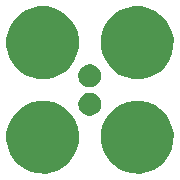
<source format=gts>
%TF.GenerationSoftware,KiCad,Pcbnew,4.0.5-e0-6337~49~ubuntu16.04.1*%
%TF.CreationDate,2017-07-06T19:38:19-07:00*%
%TF.ProjectId,2x2-Tilt-Switch-SW-520D-TH,3278322D54696C742D5377697463682D,1.0*%
%TF.FileFunction,Soldermask,Top*%
%FSLAX46Y46*%
G04 Gerber Fmt 4.6, Leading zero omitted, Abs format (unit mm)*
G04 Created by KiCad (PCBNEW 4.0.5-e0-6337~49~ubuntu16.04.1) date Thu Jul  6 19:38:19 2017*
%MOMM*%
%LPD*%
G01*
G04 APERTURE LIST*
%ADD10C,0.350000*%
G04 APERTURE END LIST*
D10*
G36*
X16848110Y-33425847D02*
X17439055Y-33547151D01*
X17995198Y-33780932D01*
X18495334Y-34118278D01*
X18920421Y-34546343D01*
X19254266Y-35048821D01*
X19484156Y-35606576D01*
X19601264Y-36198014D01*
X19601264Y-36198024D01*
X19601331Y-36198363D01*
X19591710Y-36887416D01*
X19591633Y-36887754D01*
X19591633Y-36887762D01*
X19458057Y-37475701D01*
X19212685Y-38026816D01*
X18864937Y-38519778D01*
X18428062Y-38935809D01*
X17918700Y-39259061D01*
X17356254Y-39477219D01*
X16762147Y-39581976D01*
X16159003Y-39569342D01*
X15569800Y-39439797D01*
X15016982Y-39198277D01*
X14521607Y-38853982D01*
X14102537Y-38420023D01*
X13775738Y-37912930D01*
X13553656Y-37352014D01*
X13444755Y-36758658D01*
X13453177Y-36155441D01*
X13578606Y-35565347D01*
X13816259Y-35010858D01*
X14157091Y-34513088D01*
X14588112Y-34091000D01*
X15092913Y-33760668D01*
X15652259Y-33534677D01*
X16244845Y-33421636D01*
X16848110Y-33425847D01*
X16848110Y-33425847D01*
G37*
G36*
X24848110Y-33425847D02*
X25439055Y-33547151D01*
X25995198Y-33780932D01*
X26495334Y-34118278D01*
X26920421Y-34546343D01*
X27254266Y-35048821D01*
X27484156Y-35606576D01*
X27601264Y-36198014D01*
X27601264Y-36198024D01*
X27601331Y-36198363D01*
X27591710Y-36887416D01*
X27591633Y-36887754D01*
X27591633Y-36887762D01*
X27458057Y-37475701D01*
X27212685Y-38026816D01*
X26864937Y-38519778D01*
X26428062Y-38935809D01*
X25918700Y-39259061D01*
X25356254Y-39477219D01*
X24762147Y-39581976D01*
X24159003Y-39569342D01*
X23569800Y-39439797D01*
X23016982Y-39198277D01*
X22521607Y-38853982D01*
X22102537Y-38420023D01*
X21775738Y-37912930D01*
X21553656Y-37352014D01*
X21444755Y-36758658D01*
X21453177Y-36155441D01*
X21578606Y-35565347D01*
X21816259Y-35010858D01*
X22157091Y-34513088D01*
X22588112Y-34091000D01*
X23092913Y-33760668D01*
X23652259Y-33534677D01*
X24244845Y-33421636D01*
X24848110Y-33425847D01*
X24848110Y-33425847D01*
G37*
G36*
X20601383Y-32735441D02*
X20786795Y-32773501D01*
X20961297Y-32846855D01*
X21118221Y-32952702D01*
X21251598Y-33087012D01*
X21356345Y-33244671D01*
X21428477Y-33419674D01*
X21465174Y-33605008D01*
X21465174Y-33605018D01*
X21465241Y-33605357D01*
X21462222Y-33821557D01*
X21462146Y-33821891D01*
X21462146Y-33821904D01*
X21420288Y-34006142D01*
X21343300Y-34179059D01*
X21234188Y-34333735D01*
X21097113Y-34464270D01*
X20937294Y-34565694D01*
X20760816Y-34634145D01*
X20574410Y-34667014D01*
X20385162Y-34663049D01*
X20200293Y-34622404D01*
X20026836Y-34546622D01*
X19871408Y-34438597D01*
X19739919Y-34302436D01*
X19637381Y-34143328D01*
X19567698Y-33967330D01*
X19533529Y-33781158D01*
X19536171Y-33591891D01*
X19575527Y-33406739D01*
X19650093Y-33232761D01*
X19757035Y-33076578D01*
X19892273Y-32944142D01*
X20050663Y-32840496D01*
X20226166Y-32769587D01*
X20412096Y-32734120D01*
X20601383Y-32735441D01*
X20601383Y-32735441D01*
G37*
G36*
X20601383Y-30335441D02*
X20786795Y-30373501D01*
X20961297Y-30446855D01*
X21118221Y-30552702D01*
X21251598Y-30687012D01*
X21356345Y-30844671D01*
X21428477Y-31019674D01*
X21465174Y-31205008D01*
X21465174Y-31205018D01*
X21465241Y-31205357D01*
X21462222Y-31421557D01*
X21462146Y-31421891D01*
X21462146Y-31421904D01*
X21420288Y-31606142D01*
X21343300Y-31779059D01*
X21234188Y-31933735D01*
X21097113Y-32064270D01*
X20937294Y-32165694D01*
X20760816Y-32234145D01*
X20574410Y-32267014D01*
X20385162Y-32263049D01*
X20200293Y-32222404D01*
X20026836Y-32146622D01*
X19871408Y-32038597D01*
X19739919Y-31902436D01*
X19637381Y-31743328D01*
X19567698Y-31567330D01*
X19533529Y-31381158D01*
X19536171Y-31191891D01*
X19575527Y-31006739D01*
X19650093Y-30832761D01*
X19757035Y-30676578D01*
X19892273Y-30544142D01*
X20050663Y-30440496D01*
X20226166Y-30369587D01*
X20412096Y-30334120D01*
X20601383Y-30335441D01*
X20601383Y-30335441D01*
G37*
G36*
X16848110Y-25425847D02*
X17439055Y-25547151D01*
X17995198Y-25780932D01*
X18495334Y-26118278D01*
X18920421Y-26546343D01*
X19254266Y-27048821D01*
X19484156Y-27606576D01*
X19601264Y-28198014D01*
X19601264Y-28198024D01*
X19601331Y-28198363D01*
X19591710Y-28887416D01*
X19591633Y-28887754D01*
X19591633Y-28887762D01*
X19458057Y-29475701D01*
X19212685Y-30026816D01*
X18864937Y-30519778D01*
X18428062Y-30935809D01*
X17918700Y-31259061D01*
X17356254Y-31477219D01*
X16762147Y-31581976D01*
X16159003Y-31569342D01*
X15569800Y-31439797D01*
X15016982Y-31198277D01*
X14521607Y-30853982D01*
X14102537Y-30420023D01*
X13775738Y-29912930D01*
X13553656Y-29352014D01*
X13444755Y-28758658D01*
X13453177Y-28155441D01*
X13578606Y-27565347D01*
X13816259Y-27010858D01*
X14157091Y-26513088D01*
X14588112Y-26091000D01*
X15092913Y-25760668D01*
X15652259Y-25534677D01*
X16244845Y-25421636D01*
X16848110Y-25425847D01*
X16848110Y-25425847D01*
G37*
G36*
X24848110Y-25425847D02*
X25439055Y-25547151D01*
X25995198Y-25780932D01*
X26495334Y-26118278D01*
X26920421Y-26546343D01*
X27254266Y-27048821D01*
X27484156Y-27606576D01*
X27601264Y-28198014D01*
X27601264Y-28198024D01*
X27601331Y-28198363D01*
X27591710Y-28887416D01*
X27591633Y-28887754D01*
X27591633Y-28887762D01*
X27458057Y-29475701D01*
X27212685Y-30026816D01*
X26864937Y-30519778D01*
X26428062Y-30935809D01*
X25918700Y-31259061D01*
X25356254Y-31477219D01*
X24762147Y-31581976D01*
X24159003Y-31569342D01*
X23569800Y-31439797D01*
X23016982Y-31198277D01*
X22521607Y-30853982D01*
X22102537Y-30420023D01*
X21775738Y-29912930D01*
X21553656Y-29352014D01*
X21444755Y-28758658D01*
X21453177Y-28155441D01*
X21578606Y-27565347D01*
X21816259Y-27010858D01*
X22157091Y-26513088D01*
X22588112Y-26091000D01*
X23092913Y-25760668D01*
X23652259Y-25534677D01*
X24244845Y-25421636D01*
X24848110Y-25425847D01*
X24848110Y-25425847D01*
G37*
M02*

</source>
